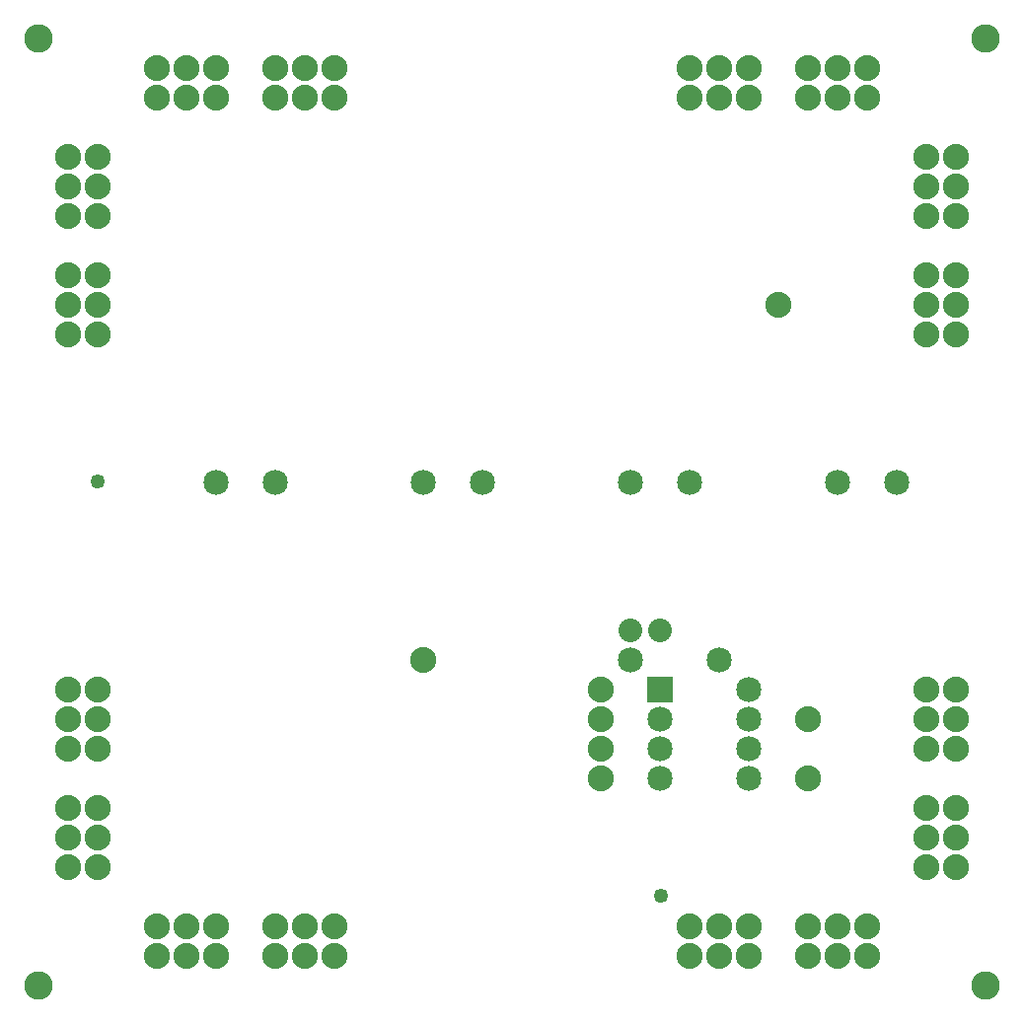
<source format=gts>
G04 MADE WITH FRITZING*
G04 WWW.FRITZING.ORG*
G04 DOUBLE SIDED*
G04 HOLES PLATED*
G04 CONTOUR ON CENTER OF CONTOUR VECTOR*
%ASAXBY*%
%FSLAX23Y23*%
%MOIN*%
%OFA0B0*%
%SFA1.0B1.0*%
%ADD10C,0.088000*%
%ADD11C,0.085000*%
%ADD12C,0.049370*%
%ADD13C,0.080000*%
%ADD14C,0.096614*%
%ADD15R,0.085000X0.085000*%
%LNMASK1*%
G90*
G70*
G54D10*
X2100Y1222D03*
X2100Y1122D03*
X2100Y1022D03*
X2100Y922D03*
X1200Y3322D03*
X1100Y3322D03*
X1000Y3322D03*
X1200Y3322D03*
X1100Y3322D03*
X1000Y3322D03*
X1000Y3222D03*
X1100Y3222D03*
X1200Y3222D03*
X800Y3322D03*
X700Y3322D03*
X600Y3322D03*
X800Y3322D03*
X700Y3322D03*
X600Y3322D03*
X600Y3222D03*
X700Y3222D03*
X800Y3222D03*
X300Y3022D03*
X300Y2922D03*
X300Y2822D03*
X300Y3022D03*
X300Y2922D03*
X300Y2822D03*
X400Y2822D03*
X400Y2922D03*
X400Y3022D03*
X300Y2622D03*
X300Y2522D03*
X300Y2422D03*
X300Y2622D03*
X300Y2522D03*
X300Y2422D03*
X400Y2422D03*
X400Y2522D03*
X400Y2622D03*
X800Y422D03*
X700Y422D03*
X600Y422D03*
X800Y422D03*
X700Y422D03*
X600Y422D03*
X600Y322D03*
X700Y322D03*
X800Y322D03*
X1200Y422D03*
X1100Y422D03*
X1000Y422D03*
X1200Y422D03*
X1100Y422D03*
X1000Y422D03*
X1000Y322D03*
X1100Y322D03*
X1200Y322D03*
X300Y1222D03*
X300Y1122D03*
X300Y1022D03*
X300Y1222D03*
X300Y1122D03*
X300Y1022D03*
X400Y1022D03*
X400Y1122D03*
X400Y1222D03*
X300Y822D03*
X300Y722D03*
X300Y622D03*
X300Y822D03*
X300Y722D03*
X300Y622D03*
X400Y622D03*
X400Y722D03*
X400Y822D03*
X3000Y3322D03*
X2900Y3322D03*
X2800Y3322D03*
X3000Y3322D03*
X2900Y3322D03*
X2800Y3322D03*
X2800Y3222D03*
X2900Y3222D03*
X3000Y3222D03*
X2600Y3322D03*
X2500Y3322D03*
X2400Y3322D03*
X2600Y3322D03*
X2500Y3322D03*
X2400Y3322D03*
X2400Y3222D03*
X2500Y3222D03*
X2600Y3222D03*
X2600Y422D03*
X2500Y422D03*
X2400Y422D03*
X2600Y422D03*
X2500Y422D03*
X2400Y422D03*
X2400Y322D03*
X2500Y322D03*
X2600Y322D03*
X3000Y422D03*
X2900Y422D03*
X2800Y422D03*
X3000Y422D03*
X2900Y422D03*
X2800Y422D03*
X2800Y322D03*
X2900Y322D03*
X3000Y322D03*
X3200Y2622D03*
X3200Y2522D03*
X3200Y2422D03*
X3200Y2622D03*
X3200Y2522D03*
X3200Y2422D03*
X3300Y2422D03*
X3300Y2522D03*
X3300Y2622D03*
X3200Y822D03*
X3200Y722D03*
X3200Y622D03*
X3200Y822D03*
X3200Y722D03*
X3200Y622D03*
X3300Y622D03*
X3300Y722D03*
X3300Y822D03*
X3200Y3022D03*
X3200Y2922D03*
X3200Y2822D03*
X3200Y3022D03*
X3200Y2922D03*
X3200Y2822D03*
X3300Y2822D03*
X3300Y2922D03*
X3300Y3022D03*
G54D11*
X2300Y1222D03*
X2600Y1222D03*
X2300Y1122D03*
X2600Y1122D03*
X2300Y1022D03*
X2600Y1022D03*
X2300Y922D03*
X2600Y922D03*
G54D10*
X3200Y1222D03*
X3200Y1122D03*
X3200Y1022D03*
X3200Y1222D03*
X3200Y1122D03*
X3200Y1022D03*
X3300Y1022D03*
X3300Y1122D03*
X3300Y1222D03*
G54D12*
X2301Y523D03*
G54D10*
X2700Y2522D03*
X1500Y1322D03*
X2800Y922D03*
X2800Y1122D03*
G54D11*
X2200Y1322D03*
X2500Y1322D03*
G54D13*
X2300Y1422D03*
X2200Y1422D03*
G54D11*
X800Y1922D03*
X1000Y1922D03*
X1500Y1922D03*
X1700Y1922D03*
X2200Y1922D03*
X2400Y1922D03*
X2900Y1922D03*
X3100Y1922D03*
G54D12*
X400Y1924D03*
G54D14*
X3400Y3422D03*
X3400Y222D03*
X200Y222D03*
X200Y3422D03*
G54D15*
X2300Y1222D03*
G04 End of Mask1*
M02*
</source>
